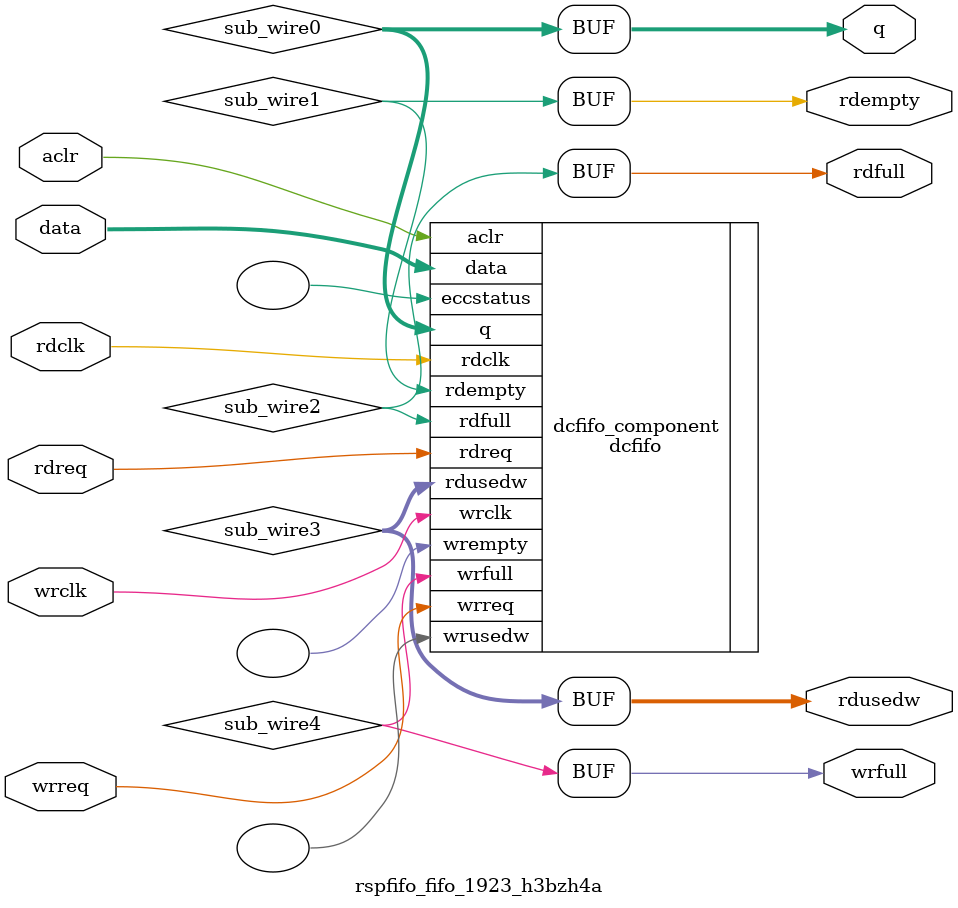
<source format=v>



`timescale 1 ps / 1 ps
// synopsys translate_on
module  rspfifo_fifo_1923_h3bzh4a  (
    aclr,
    data,
    rdclk,
    rdreq,
    wrclk,
    wrreq,
    q,
    rdempty,
    rdfull,
    rdusedw,
    wrfull);

    input    aclr;
    input  [559:0]  data;
    input    rdclk;
    input    rdreq;
    input    wrclk;
    input    wrreq;
    output [559:0]  q;
    output   rdempty;
    output   rdfull;
    output [5:0]  rdusedw;
    output   wrfull;
`ifndef ALTERA_RESERVED_QIS
// synopsys translate_off
`endif
    tri0     aclr;
`ifndef ALTERA_RESERVED_QIS
// synopsys translate_on
`endif

    wire [559:0] sub_wire0;
    wire  sub_wire1;
    wire  sub_wire2;
    wire [5:0] sub_wire3;
    wire  sub_wire4;
    wire [559:0] q = sub_wire0[559:0];
    wire  rdempty = sub_wire1;
    wire  rdfull = sub_wire2;
    wire [5:0] rdusedw = sub_wire3[5:0];
    wire  wrfull = sub_wire4;

    dcfifo  dcfifo_component (
                .aclr (aclr),
                .data (data),
                .rdclk (rdclk),
                .rdreq (rdreq),
                .wrclk (wrclk),
                .wrreq (wrreq),
                .q (sub_wire0),
                .rdempty (sub_wire1),
                .rdfull (sub_wire2),
                .rdusedw (sub_wire3),
                .wrfull (sub_wire4),
                .eccstatus (),
                .wrempty (),
                .wrusedw ());
    defparam
        dcfifo_component.enable_ecc  = "FALSE",
        dcfifo_component.intended_device_family  = "Agilex",
        dcfifo_component.lpm_hint  = "DISABLE_DCFIFO_EMBEDDED_TIMING_CONSTRAINT=TRUE",
        dcfifo_component.lpm_numwords  = 64,
        dcfifo_component.lpm_showahead  = "ON",
        dcfifo_component.lpm_type  = "dcfifo",
        dcfifo_component.lpm_width  = 560,
        dcfifo_component.lpm_widthu  = 6,
        dcfifo_component.overflow_checking  = "OFF",
        dcfifo_component.rdsync_delaypipe  = 4,
        dcfifo_component.read_aclr_synch  = "ON",
        dcfifo_component.underflow_checking  = "OFF",
        dcfifo_component.use_eab  = "ON",
        dcfifo_component.write_aclr_synch  = "ON",
        dcfifo_component.wrsync_delaypipe  = 4;


endmodule



</source>
